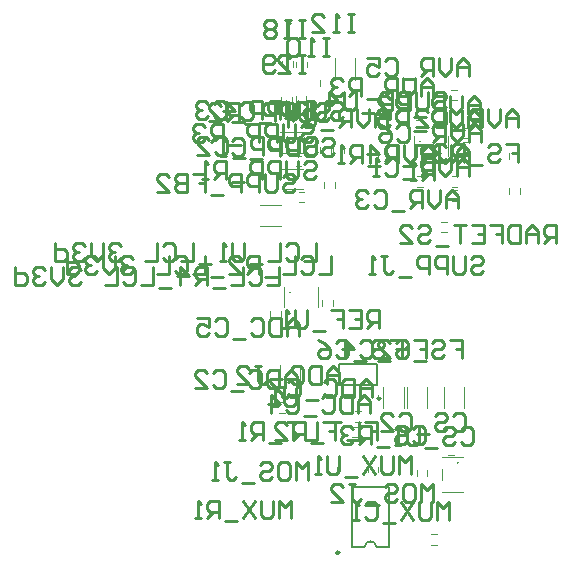
<source format=gbo>
G04 Layer_Color=32896*
%FSLAX24Y24*%
%MOIN*%
G70*
G01*
G75*
%ADD37C,0.0100*%
%ADD84C,0.0098*%
%ADD85C,0.0079*%
%ADD87C,0.0039*%
D37*
X11789Y20737D02*
Y20137D01*
X11389D01*
X10789Y20637D02*
X10889Y20737D01*
X11089D01*
X11189Y20637D01*
Y20237D01*
X11089Y20137D01*
X10889D01*
X10789Y20237D01*
X10589Y20737D02*
Y20137D01*
X10189D01*
X9989Y20038D02*
X9589D01*
X9390Y20137D02*
Y20737D01*
X9090D01*
X8990Y20637D01*
Y20437D01*
X9090Y20337D01*
X9390D01*
X9190D02*
X8990Y20137D01*
X8490D02*
Y20737D01*
X8790Y20437D01*
X8390D01*
X8190Y20038D02*
X7790D01*
X7590Y20737D02*
Y20137D01*
X7190D01*
X6590Y20637D02*
X6690Y20737D01*
X6890D01*
X6990Y20637D01*
Y20237D01*
X6890Y20137D01*
X6690D01*
X6590Y20237D01*
X6390Y20737D02*
Y20137D01*
X5991D01*
X5191Y20637D02*
X5091Y20737D01*
X4891D01*
X4791Y20637D01*
Y20537D01*
X4891Y20437D01*
X4991D01*
X4891D01*
X4791Y20337D01*
Y20237D01*
X4891Y20137D01*
X5091D01*
X5191Y20237D01*
X4591Y20737D02*
Y20337D01*
X4391Y20137D01*
X4191Y20337D01*
Y20737D01*
X3991Y20637D02*
X3891Y20737D01*
X3691D01*
X3591Y20637D01*
Y20537D01*
X3691Y20437D01*
X3791D01*
X3691D01*
X3591Y20337D01*
Y20237D01*
X3691Y20137D01*
X3891D01*
X3991Y20237D01*
X2992Y20737D02*
Y20137D01*
X3291D01*
X3391Y20237D01*
Y20437D01*
X3291Y20537D01*
X2992D01*
X19360Y24836D02*
X19759D01*
Y24536D01*
X19560D01*
X19759D01*
Y24236D01*
X18760Y24736D02*
X18860Y24836D01*
X19060D01*
X19160Y24736D01*
Y24636D01*
X19060Y24536D01*
X18860D01*
X18760Y24436D01*
Y24336D01*
X18860Y24236D01*
X19060D01*
X19160Y24336D01*
X18560Y24136D02*
X18160D01*
X17960Y24236D02*
Y24836D01*
X17660D01*
X17560Y24736D01*
Y24536D01*
X17660Y24436D01*
X17960D01*
X17760D02*
X17560Y24236D01*
X17360Y24736D02*
X17260Y24836D01*
X17060D01*
X16960Y24736D01*
Y24636D01*
X17060Y24536D01*
X17160D01*
X17060D01*
X16960Y24436D01*
Y24336D01*
X17060Y24236D01*
X17260D01*
X17360Y24336D01*
X18186Y20998D02*
X18286Y21098D01*
X18485D01*
X18585Y20998D01*
Y20898D01*
X18485Y20798D01*
X18286D01*
X18186Y20698D01*
Y20598D01*
X18286Y20498D01*
X18485D01*
X18585Y20598D01*
X17986Y21098D02*
Y20598D01*
X17886Y20498D01*
X17686D01*
X17586Y20598D01*
Y21098D01*
X17386Y20498D02*
Y21098D01*
X17086D01*
X16986Y20998D01*
Y20798D01*
X17086Y20698D01*
X17386D01*
X16786Y20498D02*
Y21098D01*
X16486D01*
X16386Y20998D01*
Y20798D01*
X16486Y20698D01*
X16786D01*
X16186Y20398D02*
X15786D01*
X15187Y21098D02*
X15386D01*
X15287D01*
Y20598D01*
X15386Y20498D01*
X15486D01*
X15586Y20598D01*
X14987Y20498D02*
X14787D01*
X14887D01*
Y21098D01*
X14987Y20998D01*
X13027Y21523D02*
Y20923D01*
X12628D01*
X12028Y21423D02*
X12128Y21523D01*
X12328D01*
X12428Y21423D01*
Y21023D01*
X12328Y20923D01*
X12128D01*
X12028Y21023D01*
X11828Y21523D02*
Y20923D01*
X11428D01*
X11228Y20823D02*
X10828D01*
X10628Y21523D02*
Y21023D01*
X10528Y20923D01*
X10328D01*
X10228Y21023D01*
Y21523D01*
X10028Y20923D02*
X9828D01*
X9928D01*
Y21523D01*
X10028Y21423D01*
X9529Y20823D02*
X9129D01*
X8929Y21523D02*
Y20923D01*
X8529D01*
X7929Y21423D02*
X8029Y21523D01*
X8229D01*
X8329Y21423D01*
Y21023D01*
X8229Y20923D01*
X8029D01*
X7929Y21023D01*
X7729Y21523D02*
Y20923D01*
X7329D01*
X6530Y21423D02*
X6430Y21523D01*
X6230D01*
X6130Y21423D01*
Y21323D01*
X6230Y21223D01*
X6330D01*
X6230D01*
X6130Y21123D01*
Y21023D01*
X6230Y20923D01*
X6430D01*
X6530Y21023D01*
X5930Y21523D02*
Y21123D01*
X5730Y20923D01*
X5530Y21123D01*
Y21523D01*
X5330Y21423D02*
X5230Y21523D01*
X5030D01*
X4930Y21423D01*
Y21323D01*
X5030Y21223D01*
X5130D01*
X5030D01*
X4930Y21123D01*
Y21023D01*
X5030Y20923D01*
X5230D01*
X5330Y21023D01*
X4330Y21523D02*
Y20923D01*
X4630D01*
X4730Y21023D01*
Y21223D01*
X4630Y21323D01*
X4330D01*
X13519Y21096D02*
Y20496D01*
X13119D01*
X12520Y20996D02*
X12620Y21096D01*
X12820D01*
X12919Y20996D01*
Y20596D01*
X12820Y20496D01*
X12620D01*
X12520Y20596D01*
X12320Y21096D02*
Y20496D01*
X11920D01*
X11720Y20396D02*
X11320D01*
X11120Y20496D02*
Y21096D01*
X10820D01*
X10720Y20996D01*
Y20796D01*
X10820Y20696D01*
X11120D01*
X10920D02*
X10720Y20496D01*
X10120D02*
X10520D01*
X10120Y20896D01*
Y20996D01*
X10220Y21096D01*
X10420D01*
X10520Y20996D01*
X9920Y20396D02*
X9521D01*
X9321Y21096D02*
Y20496D01*
X8921D01*
X8321Y20996D02*
X8421Y21096D01*
X8621D01*
X8721Y20996D01*
Y20596D01*
X8621Y20496D01*
X8421D01*
X8321Y20596D01*
X8121Y21096D02*
Y20496D01*
X7721D01*
X6921Y20996D02*
X6821Y21096D01*
X6622D01*
X6522Y20996D01*
Y20896D01*
X6622Y20796D01*
X6721D01*
X6622D01*
X6522Y20696D01*
Y20596D01*
X6622Y20496D01*
X6821D01*
X6921Y20596D01*
X6322Y21096D02*
Y20696D01*
X6122Y20496D01*
X5922Y20696D01*
Y21096D01*
X5722Y20996D02*
X5622Y21096D01*
X5422D01*
X5322Y20996D01*
Y20896D01*
X5422Y20796D01*
X5522D01*
X5422D01*
X5322Y20696D01*
Y20596D01*
X5422Y20496D01*
X5622D01*
X5722Y20596D01*
X4722Y21096D02*
Y20496D01*
X5022D01*
X5122Y20596D01*
Y20796D01*
X5022Y20896D01*
X4722D01*
X16930Y12901D02*
Y13501D01*
X16730Y13301D01*
X16531Y13501D01*
Y12901D01*
X16031Y13501D02*
X16231D01*
X16331Y13401D01*
Y13001D01*
X16231Y12901D01*
X16031D01*
X15931Y13001D01*
Y13401D01*
X16031Y13501D01*
X15331Y13401D02*
X15431Y13501D01*
X15631D01*
X15731Y13401D01*
Y13301D01*
X15631Y13201D01*
X15431D01*
X15331Y13101D01*
Y13001D01*
X15431Y12901D01*
X15631D01*
X15731Y13001D01*
X15131Y12801D02*
X14731D01*
X14131Y13501D02*
X14331D01*
X14231D01*
Y13001D01*
X14331Y12901D01*
X14431D01*
X14531Y13001D01*
X13531Y12901D02*
X13931D01*
X13531Y13301D01*
Y13401D01*
X13631Y13501D01*
X13831D01*
X13931Y13401D01*
X21010Y21510D02*
Y22110D01*
X20710D01*
X20610Y22010D01*
Y21810D01*
X20710Y21710D01*
X21010D01*
X20810D02*
X20610Y21510D01*
X20410D02*
Y21910D01*
X20210Y22110D01*
X20010Y21910D01*
Y21510D01*
Y21810D01*
X20410D01*
X19810Y22110D02*
Y21510D01*
X19510D01*
X19411Y21610D01*
Y22010D01*
X19510Y22110D01*
X19810D01*
X18811D02*
X19211D01*
Y21810D01*
X19011D01*
X19211D01*
Y21510D01*
X18211Y22110D02*
X18611D01*
Y21510D01*
X18211D01*
X18611Y21810D02*
X18411D01*
X18011Y22110D02*
X17611D01*
X17811D01*
Y21510D01*
X17411Y21410D02*
X17011D01*
X16411Y22010D02*
X16511Y22110D01*
X16711D01*
X16811Y22010D01*
Y21910D01*
X16711Y21810D01*
X16511D01*
X16411Y21710D01*
Y21610D01*
X16511Y21510D01*
X16711D01*
X16811Y21610D01*
X15812Y21510D02*
X16212D01*
X15812Y21910D01*
Y22010D01*
X15912Y22110D01*
X16112D01*
X16212Y22010D01*
X13257Y15547D02*
X13656D01*
Y15247D01*
X13457D01*
X13656D01*
Y14947D01*
X13057Y15547D02*
Y14947D01*
X12657D01*
X12457Y15547D02*
X12057D01*
X12257D01*
Y14947D01*
X11857Y14847D02*
X11457D01*
X11257Y14947D02*
Y15547D01*
X10957D01*
X10857Y15447D01*
Y15247D01*
X10957Y15147D01*
X11257D01*
X11057D02*
X10857Y14947D01*
X10657D02*
X10457D01*
X10557D01*
Y15547D01*
X10657Y15447D01*
X14642Y15550D02*
X15042D01*
Y15250D01*
X14842D01*
X15042D01*
Y14950D01*
X14442Y15550D02*
Y14950D01*
X14042D01*
X13842Y15550D02*
X13443D01*
X13642D01*
Y14950D01*
X13243Y14850D02*
X12843D01*
X12643Y14950D02*
Y15550D01*
X12343D01*
X12243Y15450D01*
Y15250D01*
X12343Y15150D01*
X12643D01*
X12443D02*
X12243Y14950D01*
X11643D02*
X12043D01*
X11643Y15350D01*
Y15450D01*
X11743Y15550D01*
X11943D01*
X12043Y15450D01*
X12371Y16705D02*
Y16205D01*
X12271Y16105D01*
X12071D01*
X11971Y16205D01*
Y16705D01*
X11771Y16105D02*
X11571D01*
X11671D01*
Y16705D01*
X11771Y16605D01*
X12508Y25379D02*
X12608Y25479D01*
X12808D01*
X12908Y25379D01*
Y25279D01*
X12808Y25179D01*
X12608D01*
X12508Y25079D01*
Y24979D01*
X12608Y24879D01*
X12808D01*
X12908Y24979D01*
X12308Y25479D02*
Y24979D01*
X12208Y24879D01*
X12008D01*
X11908Y24979D01*
Y25479D01*
X11708Y24879D02*
Y25479D01*
X11408D01*
X11308Y25379D01*
Y25179D01*
X11408Y25079D01*
X11708D01*
X11108Y24879D02*
Y25479D01*
X10808D01*
X10708Y25379D01*
Y25179D01*
X10808Y25079D01*
X11108D01*
X10508Y24779D02*
X10109D01*
X9909Y24879D02*
Y25479D01*
X9609D01*
X9509Y25379D01*
Y25179D01*
X9609Y25079D01*
X9909D01*
X9709D02*
X9509Y24879D01*
X9309Y25379D02*
X9209Y25479D01*
X9009D01*
X8909Y25379D01*
Y25279D01*
X9009Y25179D01*
X9109D01*
X9009D01*
X8909Y25079D01*
Y24979D01*
X9009Y24879D01*
X9209D01*
X9309Y24979D01*
X13048Y26089D02*
X13148Y26189D01*
X13348D01*
X13448Y26089D01*
Y25989D01*
X13348Y25889D01*
X13148D01*
X13048Y25789D01*
Y25689D01*
X13148Y25589D01*
X13348D01*
X13448Y25689D01*
X12848Y26189D02*
Y25689D01*
X12748Y25589D01*
X12548D01*
X12448Y25689D01*
Y26189D01*
X12248Y25589D02*
Y26189D01*
X11948D01*
X11848Y26089D01*
Y25889D01*
X11948Y25789D01*
X12248D01*
X11648Y25589D02*
Y26189D01*
X11348D01*
X11248Y26089D01*
Y25889D01*
X11348Y25789D01*
X11648D01*
X11048Y25489D02*
X10649D01*
X10449Y25589D02*
Y26189D01*
X10149D01*
X10049Y26089D01*
Y25889D01*
X10149Y25789D01*
X10449D01*
X10249D02*
X10049Y25589D01*
X9449D02*
X9849D01*
X9449Y25989D01*
Y26089D01*
X9549Y26189D01*
X9749D01*
X9849Y26089D01*
X12608Y24169D02*
X12708Y24269D01*
X12908D01*
X13008Y24169D01*
Y24069D01*
X12908Y23969D01*
X12708D01*
X12608Y23869D01*
Y23769D01*
X12708Y23669D01*
X12908D01*
X13008Y23769D01*
X12408Y24269D02*
Y23769D01*
X12308Y23669D01*
X12108D01*
X12008Y23769D01*
Y24269D01*
X11808Y23669D02*
Y24269D01*
X11508D01*
X11408Y24169D01*
Y23969D01*
X11508Y23869D01*
X11808D01*
X11208Y23669D02*
Y24269D01*
X10908D01*
X10808Y24169D01*
Y23969D01*
X10908Y23869D01*
X11208D01*
X10608Y23569D02*
X10209D01*
X10009Y23669D02*
Y24269D01*
X9709D01*
X9609Y24169D01*
Y23969D01*
X9709Y23869D01*
X10009D01*
X9809D02*
X9609Y23669D01*
X9409D02*
X9209D01*
X9309D01*
Y24269D01*
X9409Y24169D01*
X11919Y23719D02*
X12019Y23819D01*
X12219D01*
X12319Y23719D01*
Y23619D01*
X12219Y23519D01*
X12019D01*
X11919Y23419D01*
Y23319D01*
X12019Y23219D01*
X12219D01*
X12319Y23319D01*
X11720Y23819D02*
Y23319D01*
X11620Y23219D01*
X11420D01*
X11320Y23319D01*
Y23819D01*
X11120Y23219D02*
Y23819D01*
X10820D01*
X10720Y23719D01*
Y23519D01*
X10820Y23419D01*
X11120D01*
X10520Y23219D02*
Y23819D01*
X10220D01*
X10120Y23719D01*
Y23519D01*
X10220Y23419D01*
X10520D01*
X9920Y23119D02*
X9520D01*
X8920Y23819D02*
X9320D01*
Y23519D01*
X9120D01*
X9320D01*
Y23219D01*
X8721Y23819D02*
Y23219D01*
X8421D01*
X8321Y23319D01*
Y23419D01*
X8421Y23519D01*
X8721D01*
X8421D01*
X8321Y23619D01*
Y23719D01*
X8421Y23819D01*
X8721D01*
X7721Y23219D02*
X8121D01*
X7721Y23619D01*
Y23719D01*
X7821Y23819D01*
X8021D01*
X8121Y23719D01*
X13518Y26109D02*
X13618Y26209D01*
X13818D01*
X13918Y26109D01*
Y26009D01*
X13818Y25909D01*
X13618D01*
X13518Y25809D01*
Y25709D01*
X13618Y25609D01*
X13818D01*
X13918Y25709D01*
X13318Y26209D02*
Y25709D01*
X13218Y25609D01*
X13018D01*
X12918Y25709D01*
Y26209D01*
X12718Y25609D02*
Y26209D01*
X12418D01*
X12318Y26109D01*
Y25909D01*
X12418Y25809D01*
X12718D01*
X12118Y25609D02*
Y26209D01*
X11818D01*
X11718Y26109D01*
Y25909D01*
X11818Y25809D01*
X12118D01*
X11518Y25509D02*
X11119D01*
X10519Y26109D02*
X10619Y26209D01*
X10819D01*
X10919Y26109D01*
Y25709D01*
X10819Y25609D01*
X10619D01*
X10519Y25709D01*
X10019Y25609D02*
Y26209D01*
X10319Y25909D01*
X9919D01*
X12608Y26169D02*
X12708Y26269D01*
X12908D01*
X13008Y26169D01*
Y26069D01*
X12908Y25969D01*
X12708D01*
X12608Y25869D01*
Y25769D01*
X12708Y25669D01*
X12908D01*
X13008Y25769D01*
X12408Y26269D02*
Y25769D01*
X12308Y25669D01*
X12108D01*
X12008Y25769D01*
Y26269D01*
X11808Y25669D02*
Y26269D01*
X11508D01*
X11408Y26169D01*
Y25969D01*
X11508Y25869D01*
X11808D01*
X11208Y25669D02*
Y26269D01*
X10908D01*
X10808Y26169D01*
Y25969D01*
X10908Y25869D01*
X11208D01*
X10608Y25569D02*
X10209D01*
X9609Y26169D02*
X9709Y26269D01*
X9909D01*
X10009Y26169D01*
Y25769D01*
X9909Y25669D01*
X9709D01*
X9609Y25769D01*
X9409Y26169D02*
X9309Y26269D01*
X9109D01*
X9009Y26169D01*
Y26069D01*
X9109Y25969D01*
X9209D01*
X9109D01*
X9009Y25869D01*
Y25769D01*
X9109Y25669D01*
X9309D01*
X9409Y25769D01*
X12658Y24959D02*
X12758Y25059D01*
X12958D01*
X13058Y24959D01*
Y24859D01*
X12958Y24759D01*
X12758D01*
X12658Y24659D01*
Y24559D01*
X12758Y24459D01*
X12958D01*
X13058Y24559D01*
X12458Y25059D02*
Y24559D01*
X12358Y24459D01*
X12158D01*
X12058Y24559D01*
Y25059D01*
X11858Y24459D02*
Y25059D01*
X11558D01*
X11458Y24959D01*
Y24759D01*
X11558Y24659D01*
X11858D01*
X11258Y24459D02*
Y25059D01*
X10958D01*
X10858Y24959D01*
Y24759D01*
X10958Y24659D01*
X11258D01*
X10658Y24359D02*
X10259D01*
X9659Y24959D02*
X9759Y25059D01*
X9959D01*
X10059Y24959D01*
Y24559D01*
X9959Y24459D01*
X9759D01*
X9659Y24559D01*
X9059Y24459D02*
X9459D01*
X9059Y24859D01*
Y24959D01*
X9159Y25059D01*
X9359D01*
X9459Y24959D01*
X13208Y24939D02*
X13308Y25039D01*
X13508D01*
X13608Y24939D01*
Y24839D01*
X13508Y24739D01*
X13308D01*
X13208Y24639D01*
Y24539D01*
X13308Y24439D01*
X13508D01*
X13608Y24539D01*
X13008Y25039D02*
Y24539D01*
X12908Y24439D01*
X12708D01*
X12608Y24539D01*
Y25039D01*
X12408Y24439D02*
Y25039D01*
X12108D01*
X12008Y24939D01*
Y24739D01*
X12108Y24639D01*
X12408D01*
X11808Y24439D02*
Y25039D01*
X11508D01*
X11408Y24939D01*
Y24739D01*
X11508Y24639D01*
X11808D01*
X11208Y24339D02*
X10809D01*
X10209Y24939D02*
X10309Y25039D01*
X10509D01*
X10609Y24939D01*
Y24539D01*
X10509Y24439D01*
X10309D01*
X10209Y24539D01*
X10009Y24439D02*
X9809D01*
X9909D01*
Y25039D01*
X10009Y24939D01*
X15119Y18690D02*
Y19289D01*
X14819D01*
X14719Y19189D01*
Y18989D01*
X14819Y18889D01*
X15119D01*
X14919D02*
X14719Y18690D01*
X14119Y19289D02*
X14519D01*
Y18690D01*
X14119D01*
X14519Y18989D02*
X14319D01*
X13519Y19289D02*
X13919D01*
Y18989D01*
X13719D01*
X13919D01*
Y18690D01*
X13319Y18590D02*
X12920D01*
X12720Y19289D02*
Y18789D01*
X12620Y18690D01*
X12420D01*
X12320Y18789D01*
Y19289D01*
X12120Y18690D02*
X11920D01*
X12020D01*
Y19289D01*
X12120Y19189D01*
X14281Y29144D02*
X14081D01*
X14181D01*
Y28544D01*
X14281D01*
X14081D01*
X13781D02*
X13581D01*
X13681D01*
Y29144D01*
X13781Y29044D01*
X12881Y28544D02*
X13281D01*
X12881Y28944D01*
Y29044D01*
X12981Y29144D01*
X13181D01*
X13281Y29044D01*
X12171Y27784D02*
X11971D01*
X12071D01*
Y27184D01*
X12171D01*
X11971D01*
X11671Y27284D02*
X11571Y27184D01*
X11371D01*
X11271Y27284D01*
Y27684D01*
X11371Y27784D01*
X11571D01*
X11671Y27684D01*
Y27584D01*
X11571Y27484D01*
X11271D01*
X12201Y28964D02*
X12001D01*
X12101D01*
Y28364D01*
X12201D01*
X12001D01*
X11701Y28864D02*
X11601Y28964D01*
X11401D01*
X11301Y28864D01*
Y28764D01*
X11401Y28664D01*
X11301Y28564D01*
Y28464D01*
X11401Y28364D01*
X11601D01*
X11701Y28464D01*
Y28564D01*
X11601Y28664D01*
X11701Y28764D01*
Y28864D01*
X11601Y28664D02*
X11401D01*
X12640Y27790D02*
X12440D01*
X12540D01*
Y27190D01*
X12640D01*
X12440D01*
X11740D02*
X12140D01*
X11740Y27590D01*
Y27690D01*
X11840Y27790D01*
X12040D01*
X12140Y27690D01*
X12650Y28950D02*
X12450D01*
X12550D01*
Y28350D01*
X12650D01*
X12450D01*
X12150D02*
X11950D01*
X12050D01*
Y28950D01*
X12150Y28850D01*
X15498Y18297D02*
X15898D01*
Y17997D01*
X15698D01*
X15898D01*
Y17697D01*
X14898Y18197D02*
X14998Y18297D01*
X15198D01*
X15298Y18197D01*
Y18097D01*
X15198Y17997D01*
X14998D01*
X14898Y17897D01*
Y17797D01*
X14998Y17697D01*
X15198D01*
X15298Y17797D01*
X14698Y17597D02*
X14298D01*
X13698Y18197D02*
X13798Y18297D01*
X13998D01*
X14098Y18197D01*
Y17797D01*
X13998Y17697D01*
X13798D01*
X13698Y17797D01*
X13099Y18297D02*
X13299Y18197D01*
X13498Y17997D01*
Y17797D01*
X13399Y17697D01*
X13199D01*
X13099Y17797D01*
Y17897D01*
X13199Y17997D01*
X13498D01*
X16285Y18294D02*
X16685D01*
Y17994D01*
X16485D01*
X16685D01*
Y17695D01*
X15686Y18194D02*
X15786Y18294D01*
X15985D01*
X16085Y18194D01*
Y18094D01*
X15985Y17994D01*
X15786D01*
X15686Y17895D01*
Y17795D01*
X15786Y17695D01*
X15985D01*
X16085Y17795D01*
X15486Y17595D02*
X15086D01*
X14486Y18194D02*
X14586Y18294D01*
X14786D01*
X14886Y18194D01*
Y17795D01*
X14786Y17695D01*
X14586D01*
X14486Y17795D01*
X13986Y17695D02*
Y18294D01*
X14286Y17994D01*
X13886D01*
X17503Y18296D02*
X17903D01*
Y17996D01*
X17703D01*
X17903D01*
Y17696D01*
X16903Y18196D02*
X17003Y18296D01*
X17203D01*
X17303Y18196D01*
Y18096D01*
X17203Y17996D01*
X17003D01*
X16903Y17896D01*
Y17796D01*
X17003Y17696D01*
X17203D01*
X17303Y17796D01*
X16703Y17596D02*
X16303D01*
X15704Y18196D02*
X15804Y18296D01*
X16004D01*
X16104Y18196D01*
Y17796D01*
X16004Y17696D01*
X15804D01*
X15704Y17796D01*
X15104Y17696D02*
X15504D01*
X15104Y18096D01*
Y18196D01*
X15204Y18296D01*
X15404D01*
X15504Y18196D01*
X18108Y27094D02*
Y27494D01*
X17908Y27694D01*
X17708Y27494D01*
Y27094D01*
Y27394D01*
X18108D01*
X17508Y27694D02*
Y27294D01*
X17308Y27094D01*
X17108Y27294D01*
Y27694D01*
X16908Y27094D02*
Y27694D01*
X16609D01*
X16509Y27594D01*
Y27394D01*
X16609Y27294D01*
X16908D01*
X16708D02*
X16509Y27094D01*
X16309Y26994D02*
X15909D01*
X15309Y27594D02*
X15409Y27694D01*
X15609D01*
X15709Y27594D01*
Y27194D01*
X15609Y27094D01*
X15409D01*
X15309Y27194D01*
X14709Y27694D02*
X15109D01*
Y27394D01*
X14909Y27494D01*
X14809D01*
X14709Y27394D01*
Y27194D01*
X14809Y27094D01*
X15009D01*
X15109Y27194D01*
X14899Y16390D02*
Y16789D01*
X14699Y16989D01*
X14499Y16789D01*
Y16390D01*
Y16689D01*
X14899D01*
X14299Y16989D02*
Y16390D01*
X13999D01*
X13899Y16489D01*
Y16889D01*
X13999Y16989D01*
X14299D01*
X13299Y16889D02*
X13399Y16989D01*
X13599D01*
X13699Y16889D01*
Y16489D01*
X13599Y16390D01*
X13399D01*
X13299Y16489D01*
X13099Y16290D02*
X12700D01*
X12100Y16889D02*
X12200Y16989D01*
X12400D01*
X12500Y16889D01*
Y16489D01*
X12400Y16390D01*
X12200D01*
X12100Y16489D01*
X11900Y16989D02*
X11500D01*
Y16889D01*
X11900Y16489D01*
Y16390D01*
X12459Y18420D02*
Y18819D01*
X12259Y19019D01*
X12059Y18819D01*
Y18420D01*
Y18719D01*
X12459D01*
X11859Y19019D02*
Y18420D01*
X11559D01*
X11459Y18520D01*
Y18919D01*
X11559Y19019D01*
X11859D01*
X10859Y18919D02*
X10959Y19019D01*
X11159D01*
X11259Y18919D01*
Y18520D01*
X11159Y18420D01*
X10959D01*
X10859Y18520D01*
X10659Y18320D02*
X10260D01*
X9660Y18919D02*
X9760Y19019D01*
X9960D01*
X10060Y18919D01*
Y18520D01*
X9960Y18420D01*
X9760D01*
X9660Y18520D01*
X9060Y19019D02*
X9460D01*
Y18719D01*
X9260Y18819D01*
X9160D01*
X9060Y18719D01*
Y18520D01*
X9160Y18420D01*
X9360D01*
X9460Y18520D01*
X12378Y16685D02*
Y17085D01*
X12178Y17285D01*
X11979Y17085D01*
Y16685D01*
Y16985D01*
X12378D01*
X11779Y17285D02*
Y16685D01*
X11479D01*
X11379Y16785D01*
Y17185D01*
X11479Y17285D01*
X11779D01*
X10779Y17185D02*
X10879Y17285D01*
X11079D01*
X11179Y17185D01*
Y16785D01*
X11079Y16685D01*
X10879D01*
X10779Y16785D01*
X10579Y16585D02*
X10179D01*
X9579Y17185D02*
X9679Y17285D01*
X9879D01*
X9979Y17185D01*
Y16785D01*
X9879Y16685D01*
X9679D01*
X9579Y16785D01*
X8980Y16685D02*
X9379D01*
X8980Y17085D01*
Y17185D01*
X9079Y17285D01*
X9279D01*
X9379Y17185D01*
X16200Y13820D02*
Y14420D01*
X16000Y14220D01*
X15800Y14420D01*
Y13820D01*
X15600Y14420D02*
Y13920D01*
X15500Y13820D01*
X15300D01*
X15200Y13920D01*
Y14420D01*
X15000D02*
X14600Y13820D01*
Y14420D02*
X15000Y13820D01*
X14400Y13721D02*
X14000D01*
X13800Y14420D02*
Y13920D01*
X13700Y13820D01*
X13501D01*
X13401Y13920D01*
Y14420D01*
X13201Y13820D02*
X13001D01*
X13101D01*
Y14420D01*
X13201Y14320D01*
X13471Y28344D02*
X13271D01*
X13371D01*
Y27744D01*
X13471D01*
X13271D01*
X12971D02*
X12771D01*
X12871D01*
Y28344D01*
X12971Y28244D01*
X12471D02*
X12371Y28344D01*
X12171D01*
X12071Y28244D01*
Y27844D01*
X12171Y27744D01*
X12371D01*
X12471Y27844D01*
Y28244D01*
X17446Y12282D02*
Y12882D01*
X17246Y12682D01*
X17046Y12882D01*
Y12282D01*
X16846Y12882D02*
Y12382D01*
X16746Y12282D01*
X16546D01*
X16446Y12382D01*
Y12882D01*
X16246D02*
X15847Y12282D01*
Y12882D02*
X16246Y12282D01*
X15647Y12182D02*
X15247D01*
X14647Y12782D02*
X14747Y12882D01*
X14947D01*
X15047Y12782D01*
Y12382D01*
X14947Y12282D01*
X14747D01*
X14647Y12382D01*
X14447Y12282D02*
X14247D01*
X14347D01*
Y12882D01*
X14447Y12782D01*
X15398Y25394D02*
Y25794D01*
X15198Y25994D01*
X14998Y25794D01*
Y25394D01*
Y25694D01*
X15398D01*
X14798Y25994D02*
Y25594D01*
X14598Y25394D01*
X14398Y25594D01*
Y25994D01*
X14198Y25394D02*
Y25994D01*
X13899D01*
X13799Y25894D01*
Y25694D01*
X13899Y25594D01*
X14198D01*
X13998D02*
X13799Y25394D01*
X13599Y25294D02*
X13199D01*
X12599Y25894D02*
X12699Y25994D01*
X12899D01*
X12999Y25894D01*
Y25494D01*
X12899Y25394D01*
X12699D01*
X12599Y25494D01*
X12099Y25394D02*
Y25994D01*
X12399Y25694D01*
X11999D01*
X17768Y22704D02*
Y23104D01*
X17568Y23304D01*
X17368Y23104D01*
Y22704D01*
Y23004D01*
X17768D01*
X17168Y23304D02*
Y22904D01*
X16968Y22704D01*
X16768Y22904D01*
Y23304D01*
X16568Y22704D02*
Y23304D01*
X16269D01*
X16169Y23204D01*
Y23004D01*
X16269Y22904D01*
X16568D01*
X16368D02*
X16169Y22704D01*
X15969Y22604D02*
X15569D01*
X14969Y23204D02*
X15069Y23304D01*
X15269D01*
X15369Y23204D01*
Y22804D01*
X15269Y22704D01*
X15069D01*
X14969Y22804D01*
X14769Y23204D02*
X14669Y23304D01*
X14469D01*
X14369Y23204D01*
Y23104D01*
X14469Y23004D01*
X14569D01*
X14469D01*
X14369Y22904D01*
Y22804D01*
X14469Y22704D01*
X14669D01*
X14769Y22804D01*
X19768Y25394D02*
Y25794D01*
X19568Y25994D01*
X19368Y25794D01*
Y25394D01*
Y25694D01*
X19768D01*
X19168Y25994D02*
Y25594D01*
X18968Y25394D01*
X18768Y25594D01*
Y25994D01*
X18568Y25394D02*
Y25994D01*
X18269D01*
X18169Y25894D01*
Y25694D01*
X18269Y25594D01*
X18568D01*
X18368D02*
X18169Y25394D01*
X17969Y25294D02*
X17569D01*
X16969Y25894D02*
X17069Y25994D01*
X17269D01*
X17369Y25894D01*
Y25494D01*
X17269Y25394D01*
X17069D01*
X16969Y25494D01*
X16369Y25394D02*
X16769D01*
X16369Y25794D01*
Y25894D01*
X16469Y25994D01*
X16669D01*
X16769Y25894D01*
X14809Y15870D02*
Y16269D01*
X14609Y16469D01*
X14409Y16269D01*
Y15870D01*
Y16169D01*
X14809D01*
X14209Y16469D02*
Y15870D01*
X13909D01*
X13809Y15970D01*
Y16369D01*
X13909Y16469D01*
X14209D01*
X13209Y16369D02*
X13309Y16469D01*
X13509D01*
X13609Y16369D01*
Y15970D01*
X13509Y15870D01*
X13309D01*
X13209Y15970D01*
X13009Y15770D02*
X12610D01*
X12010Y16369D02*
X12110Y16469D01*
X12310D01*
X12410Y16369D01*
Y15970D01*
X12310Y15870D01*
X12110D01*
X12010Y15970D01*
X11510Y15870D02*
Y16469D01*
X11810Y16169D01*
X11410D01*
X12770Y13630D02*
Y14230D01*
X12570Y14030D01*
X12370Y14230D01*
Y13630D01*
X11870Y14230D02*
X12070D01*
X12170Y14130D01*
Y13730D01*
X12070Y13630D01*
X11870D01*
X11770Y13730D01*
Y14130D01*
X11870Y14230D01*
X11171Y14130D02*
X11270Y14230D01*
X11470D01*
X11570Y14130D01*
Y14030D01*
X11470Y13930D01*
X11270D01*
X11171Y13830D01*
Y13730D01*
X11270Y13630D01*
X11470D01*
X11570Y13730D01*
X10971Y13530D02*
X10571D01*
X9971Y14230D02*
X10171D01*
X10071D01*
Y13730D01*
X10171Y13630D01*
X10271D01*
X10371Y13730D01*
X9771Y13630D02*
X9571D01*
X9671D01*
Y14230D01*
X9771Y14130D01*
X13782Y16830D02*
Y17230D01*
X13583Y17430D01*
X13383Y17230D01*
Y16830D01*
Y17130D01*
X13782D01*
X13183Y17430D02*
Y16830D01*
X12883D01*
X12783Y16930D01*
Y17330D01*
X12883Y17430D01*
X13183D01*
X12183Y17330D02*
X12283Y17430D01*
X12483D01*
X12583Y17330D01*
Y16930D01*
X12483Y16830D01*
X12283D01*
X12183Y16930D01*
X11983Y16730D02*
X11583D01*
X10983Y17430D02*
X11183D01*
X11083D01*
Y16930D01*
X11183Y16830D01*
X11283D01*
X11383Y16930D01*
X10384Y16830D02*
X10783D01*
X10384Y17230D01*
Y17330D01*
X10484Y17430D01*
X10683D01*
X10783Y17330D01*
X17602Y15769D02*
X17702Y15869D01*
X17902D01*
X18002Y15769D01*
Y15369D01*
X17902Y15269D01*
X17702D01*
X17602Y15369D01*
X17002Y15769D02*
X17102Y15869D01*
X17302D01*
X17402Y15769D01*
Y15669D01*
X17302Y15569D01*
X17102D01*
X17002Y15469D01*
Y15369D01*
X17102Y15269D01*
X17302D01*
X17402Y15369D01*
X16802Y15169D02*
X16402D01*
X15802Y15769D02*
X15902Y15869D01*
X16102D01*
X16202Y15769D01*
Y15369D01*
X16102Y15269D01*
X15902D01*
X15802Y15369D01*
X15202Y15269D02*
X15602D01*
X15202Y15669D01*
Y15769D01*
X15302Y15869D01*
X15502D01*
X15602Y15769D01*
X16272Y15319D02*
X16372Y15419D01*
X16572D01*
X16672Y15319D01*
Y14919D01*
X16572Y14819D01*
X16372D01*
X16272Y14919D01*
X15672Y15319D02*
X15772Y15419D01*
X15972D01*
X16072Y15319D01*
Y15219D01*
X15972Y15119D01*
X15772D01*
X15672Y15019D01*
Y14919D01*
X15772Y14819D01*
X15972D01*
X16072Y14919D01*
X15472Y14719D02*
X15072D01*
X14872Y14819D02*
Y15419D01*
X14572D01*
X14472Y15319D01*
Y15119D01*
X14572Y15019D01*
X14872D01*
X14672D02*
X14472Y14819D01*
X14272Y15319D02*
X14172Y15419D01*
X13972D01*
X13872Y15319D01*
Y15219D01*
X13972Y15119D01*
X14072D01*
X13972D01*
X13872Y15019D01*
Y14919D01*
X13972Y14819D01*
X14172D01*
X14272Y14919D01*
X17872Y15299D02*
X17972Y15399D01*
X18172D01*
X18272Y15299D01*
Y14899D01*
X18172Y14799D01*
X17972D01*
X17872Y14899D01*
X17272Y15299D02*
X17372Y15399D01*
X17572D01*
X17672Y15299D01*
Y15199D01*
X17572Y15099D01*
X17372D01*
X17272Y14999D01*
Y14899D01*
X17372Y14799D01*
X17572D01*
X17672Y14899D01*
X17072Y14699D02*
X16672D01*
X16472Y15399D02*
Y14899D01*
X16372Y14799D01*
X16172D01*
X16072Y14899D01*
Y15399D01*
X15872Y14799D02*
X15672D01*
X15772D01*
Y15399D01*
X15872Y15299D01*
X18118Y23744D02*
Y24144D01*
X17918Y24344D01*
X17718Y24144D01*
Y23744D01*
Y24044D01*
X18118D01*
X17518Y24344D02*
Y23944D01*
X17318Y23744D01*
X17118Y23944D01*
Y24344D01*
X16918Y23744D02*
Y24344D01*
X16619D01*
X16519Y24244D01*
Y24044D01*
X16619Y23944D01*
X16918D01*
X16718D02*
X16519Y23744D01*
X16319Y23644D02*
X15919D01*
X15319Y24244D02*
X15419Y24344D01*
X15619D01*
X15719Y24244D01*
Y23844D01*
X15619Y23744D01*
X15419D01*
X15319Y23844D01*
X15119Y23744D02*
X14919D01*
X15019D01*
Y24344D01*
X15119Y24244D01*
X18518Y24884D02*
Y25284D01*
X18318Y25484D01*
X18118Y25284D01*
Y24884D01*
Y25184D01*
X18518D01*
X17918Y25484D02*
Y25084D01*
X17718Y24884D01*
X17518Y25084D01*
Y25484D01*
X17318Y24884D02*
Y25484D01*
X17019D01*
X16919Y25384D01*
Y25184D01*
X17019Y25084D01*
X17318D01*
X17118D02*
X16919Y24884D01*
X16719Y24784D02*
X16319D01*
X15719Y25384D02*
X15819Y25484D01*
X16019D01*
X16119Y25384D01*
Y24984D01*
X16019Y24884D01*
X15819D01*
X15719Y24984D01*
X15119Y25484D02*
X15319Y25384D01*
X15519Y25184D01*
Y24984D01*
X15419Y24884D01*
X15219D01*
X15119Y24984D01*
Y25084D01*
X15219Y25184D01*
X15519D01*
X16958Y24194D02*
Y24594D01*
X16758Y24794D01*
X16558Y24594D01*
Y24194D01*
Y24494D01*
X16958D01*
X16358Y24794D02*
Y24394D01*
X16158Y24194D01*
X15958Y24394D01*
Y24794D01*
X15758Y24194D02*
Y24794D01*
X15459D01*
X15359Y24694D01*
Y24494D01*
X15459Y24394D01*
X15758D01*
X15558D02*
X15359Y24194D01*
X15159Y24094D02*
X14759D01*
X14559Y24194D02*
Y24794D01*
X14259D01*
X14159Y24694D01*
Y24494D01*
X14259Y24394D01*
X14559D01*
X14359D02*
X14159Y24194D01*
X13959D02*
X13759D01*
X13859D01*
Y24794D01*
X13959Y24694D01*
X18501Y25817D02*
Y26217D01*
X18302Y26417D01*
X18102Y26217D01*
Y25817D01*
Y26117D01*
X18501D01*
X17902Y26417D02*
Y26017D01*
X17702Y25817D01*
X17502Y26017D01*
Y26417D01*
X17302Y25817D02*
Y26417D01*
X17002D01*
X16902Y26317D01*
Y26117D01*
X17002Y26017D01*
X17302D01*
X17102D02*
X16902Y25817D01*
X16702Y25717D02*
X16302D01*
X16102Y25817D02*
Y26417D01*
X15802D01*
X15702Y26317D01*
Y26117D01*
X15802Y26017D01*
X16102D01*
X15902D02*
X15702Y25817D01*
X15103D02*
X15502D01*
X15103Y26217D01*
Y26317D01*
X15203Y26417D01*
X15402D01*
X15502Y26317D01*
X16908Y26434D02*
Y26834D01*
X16708Y27034D01*
X16508Y26834D01*
Y26434D01*
Y26734D01*
X16908D01*
X16308Y27034D02*
Y26634D01*
X16108Y26434D01*
X15908Y26634D01*
Y27034D01*
X15708Y26434D02*
Y27034D01*
X15409D01*
X15309Y26934D01*
Y26734D01*
X15409Y26634D01*
X15708D01*
X15508D02*
X15309Y26434D01*
X15109Y26334D02*
X14709D01*
X14509Y26434D02*
Y27034D01*
X14209D01*
X14109Y26934D01*
Y26734D01*
X14209Y26634D01*
X14509D01*
X14309D02*
X14109Y26434D01*
X13909Y26934D02*
X13809Y27034D01*
X13609D01*
X13509Y26934D01*
Y26834D01*
X13609Y26734D01*
X13709D01*
X13609D01*
X13509Y26634D01*
Y26534D01*
X13609Y26434D01*
X13809D01*
X13909Y26534D01*
X18108Y24194D02*
Y24594D01*
X17908Y24794D01*
X17708Y24594D01*
Y24194D01*
Y24494D01*
X18108D01*
X17508Y24794D02*
Y24394D01*
X17308Y24194D01*
X17108Y24394D01*
Y24794D01*
X16908Y24194D02*
Y24794D01*
X16609D01*
X16509Y24694D01*
Y24494D01*
X16609Y24394D01*
X16908D01*
X16708D02*
X16509Y24194D01*
X16309Y24094D02*
X15909D01*
X15709Y24194D02*
Y24794D01*
X15409D01*
X15309Y24694D01*
Y24494D01*
X15409Y24394D01*
X15709D01*
X15509D02*
X15309Y24194D01*
X14809D02*
Y24794D01*
X15109Y24494D01*
X14709D01*
X18501Y25344D02*
Y25744D01*
X18302Y25944D01*
X18102Y25744D01*
Y25344D01*
Y25644D01*
X18501D01*
X17902Y25944D02*
Y25544D01*
X17702Y25344D01*
X17502Y25544D01*
Y25944D01*
X17302Y25344D02*
Y25944D01*
X17002D01*
X16902Y25844D01*
Y25644D01*
X17002Y25544D01*
X17302D01*
X17102D02*
X16902Y25344D01*
X16702Y25244D02*
X16302D01*
X16102Y25344D02*
Y25944D01*
X15802D01*
X15702Y25844D01*
Y25644D01*
X15802Y25544D01*
X16102D01*
X15902D02*
X15702Y25344D01*
X15103Y25944D02*
X15502D01*
Y25644D01*
X15303Y25744D01*
X15203D01*
X15103Y25644D01*
Y25444D01*
X15203Y25344D01*
X15402D01*
X15502Y25444D01*
X16958Y23624D02*
Y24224D01*
X16658D01*
X16558Y24124D01*
Y23924D01*
X16658Y23824D01*
X16958D01*
X16758D02*
X16558Y23624D01*
X16358D02*
X16158D01*
X16258D01*
Y24224D01*
X16358Y24124D01*
X16948Y26454D02*
X17048Y26554D01*
X17248D01*
X17348Y26454D01*
Y26354D01*
X17248Y26254D01*
X17048D01*
X16948Y26154D01*
Y26054D01*
X17048Y25954D01*
X17248D01*
X17348Y26054D01*
X16748Y26554D02*
Y26054D01*
X16648Y25954D01*
X16448D01*
X16348Y26054D01*
Y26554D01*
X16148Y25954D02*
Y26554D01*
X15849D01*
X15749Y26454D01*
Y26254D01*
X15849Y26154D01*
X16148D01*
X15549Y25954D02*
Y26554D01*
X15249D01*
X15149Y26454D01*
Y26254D01*
X15249Y26154D01*
X15549D01*
X14949Y25854D02*
X14549D01*
X14349Y26554D02*
Y26054D01*
X14249Y25954D01*
X14049D01*
X13949Y26054D01*
Y26554D01*
X13449Y25954D02*
Y26554D01*
X13749Y26254D01*
X13349D01*
X12197Y12343D02*
Y12942D01*
X11997Y12742D01*
X11797Y12942D01*
Y12343D01*
X11597Y12942D02*
Y12443D01*
X11497Y12343D01*
X11297D01*
X11197Y12443D01*
Y12942D01*
X10997D02*
X10597Y12343D01*
Y12942D02*
X10997Y12343D01*
X10397Y12243D02*
X9998D01*
X9798Y12343D02*
Y12942D01*
X9498D01*
X9398Y12842D01*
Y12643D01*
X9498Y12543D01*
X9798D01*
X9598D02*
X9398Y12343D01*
X9198D02*
X8998D01*
X9098D01*
Y12942D01*
X9198Y12842D01*
D84*
X15167Y16352D02*
G03*
X15167Y16352I-49J0D01*
G01*
X13796Y11209D02*
G03*
X13796Y11209I-49J0D01*
G01*
D85*
X12159Y19882D02*
G03*
X12159Y19882I-20J0D01*
G01*
X15043Y11377D02*
G03*
X14636Y11377I-203J0D01*
G01*
X17749Y14203D02*
G03*
X17749Y14203I-20J0D01*
G01*
X16484Y24912D02*
G03*
X16484Y24912I-20J0D01*
G01*
X13799Y16805D02*
X15059D01*
X13799Y17494D02*
X15059D01*
Y16805D02*
Y17494D01*
X13799Y16805D02*
Y17494D01*
X14229Y11377D02*
X14636D01*
X15043D02*
X15450D01*
X14229Y13384D02*
X15450D01*
X14229Y11377D02*
Y13384D01*
X15450Y11377D02*
Y13384D01*
D87*
X19823Y23169D02*
Y23366D01*
X19468Y23169D02*
Y23366D01*
X13720Y13878D02*
Y14075D01*
X13366Y13878D02*
Y14075D01*
X15098Y13878D02*
Y14075D01*
X14744Y13878D02*
Y14075D01*
X17948Y16024D02*
Y16732D01*
X17279Y16024D02*
Y16732D01*
X16727Y16024D02*
Y16732D01*
X16058Y16024D02*
Y16732D01*
X11490Y19065D02*
Y19262D01*
X11844Y19065D02*
Y19262D01*
X13222Y19429D02*
Y19626D01*
X13576Y19429D02*
Y19626D01*
X13104Y19390D02*
Y20059D01*
X11962Y19390D02*
Y20059D01*
X11161Y22106D02*
X11870D01*
X11161Y22776D02*
X11870D01*
X17530Y26277D02*
X17726D01*
X17530Y26632D02*
X17726D01*
X13651Y26971D02*
Y27679D01*
X14320Y26971D02*
Y27679D01*
X11888Y27387D02*
Y27583D01*
X12243Y27387D02*
Y27583D01*
X12213Y26207D02*
Y26403D01*
X11858Y26207D02*
Y26403D01*
X12713Y27376D02*
Y27573D01*
X12358Y27376D02*
Y27573D01*
X12348Y26216D02*
Y26413D01*
X12703Y26216D02*
Y26413D01*
X13956Y24526D02*
Y24723D01*
X13601Y24526D02*
Y24723D01*
X11884Y23999D02*
X12593D01*
X11884Y23330D02*
X12593D01*
X12440Y22877D02*
X12637D01*
X12440Y23232D02*
X12637D01*
X13646Y23356D02*
Y23553D01*
X13291Y23356D02*
Y23553D01*
X11834Y25209D02*
X12543D01*
X11834Y24540D02*
X12543D01*
X12340Y24442D02*
X12537D01*
X12340Y24087D02*
X12537D01*
X13151Y24516D02*
Y24713D01*
X13506Y24516D02*
Y24713D01*
X14230Y15052D02*
X14427D01*
X14230Y15407D02*
X14427D01*
X15271Y16024D02*
Y16732D01*
X15940Y16024D02*
Y16732D01*
X14320Y15572D02*
X14517D01*
X14320Y15927D02*
X14517D01*
X12503Y16745D02*
Y17454D01*
X11834Y16745D02*
Y17454D01*
X11802Y16227D02*
X11998D01*
X11802Y15873D02*
X11998D01*
X13513Y26767D02*
Y26963D01*
X13158Y26767D02*
Y26963D01*
X16870Y11820D02*
X17067D01*
X16870Y11466D02*
X17067D01*
X15435Y24316D02*
Y24513D01*
X15081Y24316D02*
Y24513D01*
X17190Y22242D02*
X17386D01*
X17190Y21887D02*
X17386D01*
X19451Y24316D02*
Y24513D01*
X19805Y24316D02*
Y24513D01*
X17237Y13986D02*
X17237Y13632D01*
Y13238D02*
X17906D01*
X17237Y14380D02*
X17906D01*
X16729Y13750D02*
Y13947D01*
X16374Y13750D02*
Y13947D01*
X17423Y14452D02*
X17620D01*
X17423Y14806D02*
X17620D01*
X17933Y25020D02*
X18130D01*
X17933Y25374D02*
X18130D01*
X17933Y24902D02*
X18130D01*
X17933Y24547D02*
X18130D01*
X17540Y23752D02*
X17736D01*
X17540Y23397D02*
X17736D01*
X16390Y23752D02*
X16586D01*
X16390Y23397D02*
X16586D01*
X17540Y22927D02*
X17736D01*
X17540Y23282D02*
X17736D01*
X16390D02*
X16586D01*
X16390Y22927D02*
X16586D01*
X16287Y24420D02*
Y25089D01*
X17429Y24420D02*
Y25089D01*
X17940Y24067D02*
X18136D01*
X17940Y24422D02*
X18136D01*
X16340Y25637D02*
X16536D01*
X16340Y25992D02*
X16536D01*
M02*

</source>
